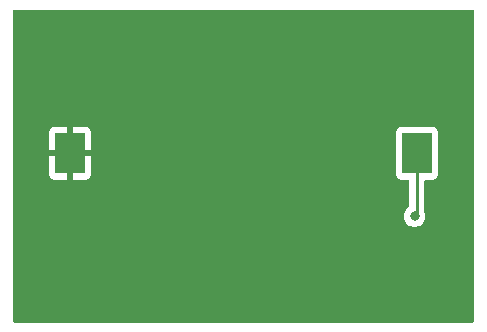
<source format=gbr>
%TF.GenerationSoftware,KiCad,Pcbnew,7.0.9*%
%TF.CreationDate,2023-11-14T02:28:07+09:00*%
%TF.ProjectId,coincall,636f696e-6361-46c6-9c2e-6b696361645f,rev?*%
%TF.SameCoordinates,Original*%
%TF.FileFunction,Copper,L2,Bot*%
%TF.FilePolarity,Positive*%
%FSLAX46Y46*%
G04 Gerber Fmt 4.6, Leading zero omitted, Abs format (unit mm)*
G04 Created by KiCad (PCBNEW 7.0.9) date 2023-11-14 02:28:07*
%MOMM*%
%LPD*%
G01*
G04 APERTURE LIST*
%TA.AperFunction,SMDPad,CuDef*%
%ADD10R,2.540000X3.510000*%
%TD*%
%TA.AperFunction,ViaPad*%
%ADD11C,0.800000*%
%TD*%
%TA.AperFunction,Conductor*%
%ADD12C,0.250000*%
%TD*%
G04 APERTURE END LIST*
D10*
%TO.P,BT1,1,+*%
%TO.N,VCC*%
X141680000Y-73660000D03*
%TO.P,BT1,2,-*%
%TO.N,GND*%
X112320000Y-73660000D03*
%TD*%
D11*
%TO.N,GND*%
X112500000Y-79500000D03*
%TO.N,VCC*%
X141500000Y-79000000D03*
%TD*%
D12*
%TO.N,GND*%
X112320000Y-79320000D02*
X112500000Y-79500000D01*
X112320000Y-73660000D02*
X112320000Y-79320000D01*
%TO.N,VCC*%
X141500000Y-79000000D02*
X141680000Y-78820000D01*
X141680000Y-78820000D02*
X141680000Y-73660000D01*
%TD*%
%TA.AperFunction,Conductor*%
%TO.N,GND*%
G36*
X146443039Y-61519685D02*
G01*
X146488794Y-61572489D01*
X146500000Y-61624000D01*
X146500000Y-87876000D01*
X146480315Y-87943039D01*
X146427511Y-87988794D01*
X146376000Y-88000000D01*
X107624000Y-88000000D01*
X107556961Y-87980315D01*
X107511206Y-87927511D01*
X107500000Y-87876000D01*
X107500000Y-73910000D01*
X110550000Y-73910000D01*
X110550000Y-75462844D01*
X110556401Y-75522372D01*
X110556403Y-75522379D01*
X110606645Y-75657086D01*
X110606649Y-75657093D01*
X110692809Y-75772187D01*
X110692812Y-75772190D01*
X110807906Y-75858350D01*
X110807913Y-75858354D01*
X110942620Y-75908596D01*
X110942627Y-75908598D01*
X111002155Y-75914999D01*
X111002172Y-75915000D01*
X112070000Y-75915000D01*
X112070000Y-73910000D01*
X112570000Y-73910000D01*
X112570000Y-75915000D01*
X113637828Y-75915000D01*
X113637844Y-75914999D01*
X113697372Y-75908598D01*
X113697379Y-75908596D01*
X113832086Y-75858354D01*
X113832093Y-75858350D01*
X113947187Y-75772190D01*
X113947190Y-75772187D01*
X114033350Y-75657093D01*
X114033354Y-75657086D01*
X114083596Y-75522379D01*
X114083598Y-75522372D01*
X114089996Y-75462870D01*
X139909500Y-75462870D01*
X139909501Y-75462876D01*
X139915908Y-75522483D01*
X139966202Y-75657328D01*
X139966206Y-75657335D01*
X140052452Y-75772544D01*
X140052455Y-75772547D01*
X140167664Y-75858793D01*
X140167671Y-75858797D01*
X140212618Y-75875561D01*
X140302517Y-75909091D01*
X140362127Y-75915500D01*
X140930500Y-75915499D01*
X140997539Y-75935183D01*
X141043294Y-75987987D01*
X141054500Y-76039499D01*
X141054500Y-78147414D01*
X141034815Y-78214453D01*
X141003386Y-78247732D01*
X140894127Y-78327113D01*
X140767466Y-78467785D01*
X140672821Y-78631715D01*
X140672818Y-78631722D01*
X140614327Y-78811740D01*
X140614326Y-78811744D01*
X140594540Y-79000000D01*
X140614326Y-79188256D01*
X140614327Y-79188259D01*
X140672818Y-79368277D01*
X140672821Y-79368284D01*
X140767467Y-79532216D01*
X140894129Y-79672888D01*
X141047265Y-79784148D01*
X141047270Y-79784151D01*
X141220192Y-79861142D01*
X141220197Y-79861144D01*
X141405354Y-79900500D01*
X141405355Y-79900500D01*
X141594644Y-79900500D01*
X141594646Y-79900500D01*
X141779803Y-79861144D01*
X141952730Y-79784151D01*
X142105871Y-79672888D01*
X142232533Y-79532216D01*
X142327179Y-79368284D01*
X142385674Y-79188256D01*
X142405460Y-79000000D01*
X142385674Y-78811744D01*
X142327179Y-78631716D01*
X142322110Y-78622936D01*
X142305500Y-78560940D01*
X142305500Y-76039499D01*
X142325185Y-75972460D01*
X142377989Y-75926705D01*
X142429500Y-75915499D01*
X142997871Y-75915499D01*
X142997872Y-75915499D01*
X143057483Y-75909091D01*
X143192331Y-75858796D01*
X143307546Y-75772546D01*
X143393796Y-75657331D01*
X143444091Y-75522483D01*
X143450500Y-75462873D01*
X143450499Y-71857128D01*
X143444091Y-71797517D01*
X143393884Y-71662906D01*
X143393797Y-71662671D01*
X143393793Y-71662664D01*
X143307547Y-71547455D01*
X143307544Y-71547452D01*
X143192335Y-71461206D01*
X143192328Y-71461202D01*
X143057482Y-71410908D01*
X143057483Y-71410908D01*
X142997883Y-71404501D01*
X142997881Y-71404500D01*
X142997873Y-71404500D01*
X142997864Y-71404500D01*
X140362129Y-71404500D01*
X140362123Y-71404501D01*
X140302516Y-71410908D01*
X140167671Y-71461202D01*
X140167664Y-71461206D01*
X140052455Y-71547452D01*
X140052452Y-71547455D01*
X139966206Y-71662664D01*
X139966202Y-71662671D01*
X139915908Y-71797517D01*
X139909501Y-71857116D01*
X139909501Y-71857123D01*
X139909500Y-71857135D01*
X139909500Y-75462870D01*
X114089996Y-75462870D01*
X114089999Y-75462844D01*
X114090000Y-75462827D01*
X114090000Y-73910000D01*
X112570000Y-73910000D01*
X112070000Y-73910000D01*
X110550000Y-73910000D01*
X107500000Y-73910000D01*
X107500000Y-73410000D01*
X110550000Y-73410000D01*
X112070000Y-73410000D01*
X112070000Y-71405000D01*
X112570000Y-71405000D01*
X112570000Y-73410000D01*
X114090000Y-73410000D01*
X114090000Y-71857172D01*
X114089999Y-71857155D01*
X114083598Y-71797627D01*
X114083596Y-71797620D01*
X114033354Y-71662913D01*
X114033350Y-71662906D01*
X113947190Y-71547812D01*
X113947187Y-71547809D01*
X113832093Y-71461649D01*
X113832086Y-71461645D01*
X113697379Y-71411403D01*
X113697372Y-71411401D01*
X113637844Y-71405000D01*
X112570000Y-71405000D01*
X112070000Y-71405000D01*
X111002155Y-71405000D01*
X110942627Y-71411401D01*
X110942620Y-71411403D01*
X110807913Y-71461645D01*
X110807906Y-71461649D01*
X110692812Y-71547809D01*
X110692809Y-71547812D01*
X110606649Y-71662906D01*
X110606645Y-71662913D01*
X110556403Y-71797620D01*
X110556401Y-71797627D01*
X110550000Y-71857155D01*
X110550000Y-73410000D01*
X107500000Y-73410000D01*
X107500000Y-61624000D01*
X107519685Y-61556961D01*
X107572489Y-61511206D01*
X107624000Y-61500000D01*
X146376000Y-61500000D01*
X146443039Y-61519685D01*
G37*
%TD.AperFunction*%
%TD*%
M02*

</source>
